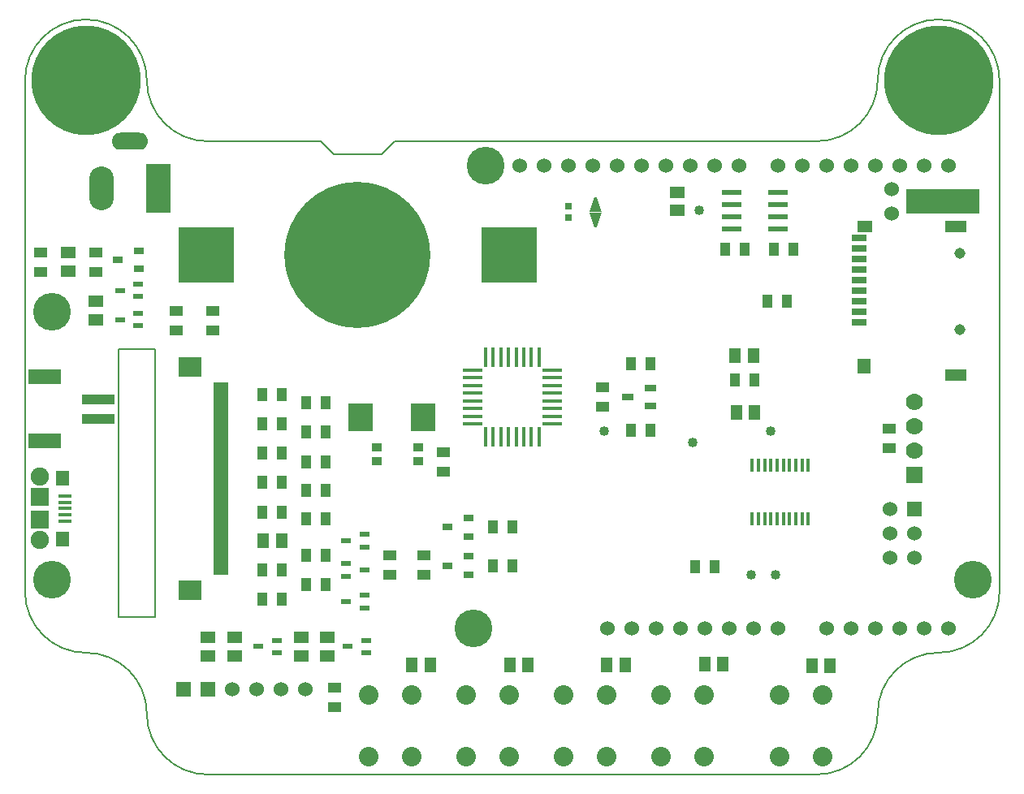
<source format=gbs>
G04 (created by PCBNEW (2013-03-15 BZR 4003)-stable) date 22-May-13 6:18:44 PM*
%MOIN*%
G04 Gerber Fmt 3.4, Leading zero omitted, Abs format*
%FSLAX34Y34*%
G01*
G70*
G90*
G04 APERTURE LIST*
%ADD10C,0.006*%
%ADD11C,0.005*%
%ADD12R,0.0394X0.0236*%
%ADD13R,0.0394X0.0315*%
%ADD14R,0.042X0.056*%
%ADD15R,0.056X0.042*%
%ADD16R,0.059X0.0512*%
%ADD17R,0.0512X0.059*%
%ADD18R,0.0472X0.0315*%
%ADD19C,0.04*%
%ADD20R,0.06X0.06*%
%ADD21C,0.06*%
%ADD22R,0.0787X0.0177*%
%ADD23R,0.0177X0.0787*%
%ADD24C,0.45*%
%ADD25C,0.07*%
%ADD26R,0.07X0.07*%
%ADD27C,0.155*%
%ADD28C,0.08*%
%ADD29R,0.054X0.016*%
%ADD30R,0.056X0.063*%
%ADD31R,0.075X0.075*%
%ADD32C,0.075*%
%ADD33R,0.03X0.03*%
%ADD34R,0.08X0.024*%
%ADD35R,0.0394X0.0354*%
%ADD36R,0.0984252X0.11811*%
%ADD37R,0.3X0.1*%
%ADD38R,0.1337X0.059*%
%ADD39R,0.1377X0.0392*%
%ADD40R,0.0944882X0.0787402*%
%ADD41R,0.0590551X0.019685*%
%ADD42O,0.1X0.18*%
%ADD43R,0.1X0.2*%
%ADD44O,0.15X0.07*%
%ADD45R,0.0165X0.0579*%
%ADD46R,0.0629921X0.0275591*%
%ADD47R,0.0629921X0.0472441*%
%ADD48R,0.0866142X0.0472441*%
%ADD49R,0.0551181X0.0629921*%
%ADD50C,0.045*%
%ADD51R,0.225X0.225*%
%ADD52C,0.6*%
G04 APERTURE END LIST*
G54D10*
G54D11*
X22125Y-19000D02*
X17500Y-19000D01*
X25175Y-19000D02*
X42500Y-19000D01*
X24625Y-19550D02*
X25175Y-19000D01*
X23625Y-19550D02*
X24625Y-19550D01*
X22675Y-19550D02*
X22125Y-19000D01*
X23675Y-19550D02*
X22675Y-19550D01*
X47500Y-40000D02*
G75*
G03X50000Y-37500I0J2500D01*
G74*
G01*
X42500Y-45000D02*
G75*
G03X45000Y-42500I0J2500D01*
G74*
G01*
X47500Y-40000D02*
G75*
G03X45000Y-42500I0J-2500D01*
G74*
G01*
X15000Y-42500D02*
G75*
G03X17500Y-45000I2500J0D01*
G74*
G01*
X10000Y-37500D02*
G75*
G03X12500Y-40000I2500J0D01*
G74*
G01*
X15000Y-42500D02*
G75*
G03X12500Y-40000I-2500J0D01*
G74*
G01*
X42500Y-19000D02*
G75*
G03X45000Y-16500I0J2500D01*
G74*
G01*
X50000Y-16500D02*
G75*
G03X47500Y-14000I-2500J0D01*
G74*
G01*
X47500Y-14000D02*
G75*
G03X45000Y-16500I0J-2500D01*
G74*
G01*
X15000Y-16500D02*
G75*
G03X17500Y-19000I2500J0D01*
G74*
G01*
X15000Y-16500D02*
G75*
G03X12500Y-14000I-2500J0D01*
G74*
G01*
X12500Y-14000D02*
G75*
G03X10000Y-16500I0J-2500D01*
G74*
G01*
X13850Y-38550D02*
X15350Y-38550D01*
X13850Y-27550D02*
X13850Y-38550D01*
X15350Y-27550D02*
X13850Y-27550D01*
X15350Y-38550D02*
X15350Y-27550D01*
X42500Y-45000D02*
X17500Y-45000D01*
X10000Y-37500D02*
X10000Y-16500D01*
X50000Y-16500D02*
X50000Y-37500D01*
G54D12*
X23924Y-38156D03*
X23924Y-37644D03*
X23176Y-37900D03*
X14649Y-26581D03*
X14649Y-26069D03*
X13901Y-26325D03*
X23924Y-35656D03*
X23924Y-35144D03*
X23176Y-35400D03*
X20324Y-40006D03*
X20324Y-39494D03*
X19576Y-39750D03*
X23176Y-36344D03*
X23176Y-36856D03*
X23924Y-36600D03*
X23999Y-40006D03*
X23999Y-39494D03*
X23251Y-39750D03*
X14649Y-25381D03*
X14649Y-24869D03*
X13901Y-25125D03*
G54D13*
X13792Y-23875D03*
X14658Y-24250D03*
X14658Y-23500D03*
G54D14*
X41275Y-25575D03*
X40475Y-25575D03*
X29200Y-34850D03*
X30000Y-34850D03*
X19750Y-34225D03*
X20550Y-34225D03*
X21550Y-30950D03*
X22350Y-30950D03*
X19750Y-33000D03*
X20550Y-33000D03*
X21550Y-32175D03*
X22350Y-32175D03*
G54D15*
X16220Y-26780D03*
X16220Y-25980D03*
G54D14*
X21550Y-29750D03*
X22350Y-29750D03*
X19750Y-30600D03*
X20550Y-30600D03*
G54D15*
X17700Y-26775D03*
X17700Y-25975D03*
G54D14*
X21550Y-33350D03*
X22350Y-33350D03*
X21550Y-37200D03*
X22350Y-37200D03*
X19750Y-31800D03*
X20550Y-31800D03*
X21550Y-36000D03*
X22350Y-36000D03*
X34875Y-28150D03*
X35675Y-28150D03*
X22350Y-34500D03*
X21550Y-34500D03*
X19750Y-36600D03*
X20550Y-36600D03*
X19750Y-37800D03*
X20550Y-37800D03*
X19750Y-29400D03*
X20550Y-29400D03*
G54D15*
X26375Y-36800D03*
X26375Y-36000D03*
G54D16*
X12900Y-26325D03*
X12900Y-25575D03*
X22400Y-39375D03*
X22400Y-40125D03*
X18600Y-40125D03*
X18600Y-39375D03*
G54D17*
X19775Y-35400D03*
X20525Y-35400D03*
G54D16*
X17500Y-39375D03*
X17500Y-40125D03*
X21350Y-39375D03*
X21350Y-40125D03*
G54D17*
X39900Y-27800D03*
X39150Y-27800D03*
G54D16*
X11775Y-24325D03*
X11775Y-23575D03*
G54D15*
X24975Y-36800D03*
X24975Y-36000D03*
G54D14*
X39150Y-28800D03*
X39950Y-28800D03*
X38300Y-36475D03*
X37500Y-36475D03*
G54D15*
X12900Y-23575D03*
X12900Y-24375D03*
G54D14*
X35675Y-30875D03*
X34875Y-30875D03*
G54D15*
X27175Y-31775D03*
X27175Y-32575D03*
X10650Y-23575D03*
X10650Y-24375D03*
X33700Y-29900D03*
X33700Y-29100D03*
G54D18*
X35675Y-29125D03*
X34725Y-29500D03*
X35675Y-29875D03*
G54D17*
X34625Y-40500D03*
X33875Y-40500D03*
X38650Y-40475D03*
X37900Y-40475D03*
X30650Y-40500D03*
X29900Y-40500D03*
X42300Y-40525D03*
X43050Y-40525D03*
G54D19*
X40610Y-30900D03*
X33775Y-30900D03*
G54D20*
X16500Y-41500D03*
X17500Y-41500D03*
G54D21*
X18500Y-41500D03*
X19500Y-41500D03*
X20500Y-41500D03*
X21500Y-41500D03*
G54D15*
X22700Y-41450D03*
X22700Y-42250D03*
G54D22*
X28366Y-28398D03*
X28366Y-28713D03*
X28366Y-29028D03*
X28366Y-29343D03*
X28366Y-29657D03*
X28366Y-29972D03*
X28366Y-30287D03*
X28366Y-30602D03*
X31634Y-30602D03*
X31634Y-28398D03*
X31634Y-28713D03*
X31634Y-29028D03*
X31634Y-29343D03*
X31634Y-29657D03*
X31634Y-29972D03*
X31634Y-30287D03*
G54D23*
X28898Y-31134D03*
X29213Y-31134D03*
X29528Y-31134D03*
X29843Y-31134D03*
X30157Y-31134D03*
X30472Y-31134D03*
X30787Y-31134D03*
X31102Y-31134D03*
X28898Y-27866D03*
X29213Y-27866D03*
X29528Y-27866D03*
X29843Y-27866D03*
X30157Y-27866D03*
X30472Y-27866D03*
X30787Y-27866D03*
X31102Y-27866D03*
G54D24*
X12500Y-16500D03*
G54D25*
X46500Y-29700D03*
X46500Y-30700D03*
X46500Y-31700D03*
G54D26*
X46500Y-32700D03*
G54D19*
X37400Y-31375D03*
X39800Y-36800D03*
X40800Y-36800D03*
G54D24*
X47500Y-16500D03*
G54D21*
X47900Y-39000D03*
X46900Y-39000D03*
X45900Y-39000D03*
X42900Y-39000D03*
X43900Y-39000D03*
X44900Y-39000D03*
X40900Y-39000D03*
X39900Y-39000D03*
X38900Y-39000D03*
X36900Y-39000D03*
X35900Y-39000D03*
X47900Y-20000D03*
X46900Y-20000D03*
X45900Y-20000D03*
X44900Y-20000D03*
X43900Y-20000D03*
X42900Y-20000D03*
X41900Y-20000D03*
X40900Y-20000D03*
X39300Y-20000D03*
X38300Y-20000D03*
X37300Y-20000D03*
X36300Y-20000D03*
X35300Y-20000D03*
X34300Y-20000D03*
X33300Y-20000D03*
X32300Y-20000D03*
X37900Y-39000D03*
G54D27*
X48900Y-37000D03*
X28900Y-20000D03*
X28400Y-39000D03*
G54D21*
X34900Y-39000D03*
X31300Y-20000D03*
X30300Y-20000D03*
X33900Y-39000D03*
G54D13*
X27342Y-36425D03*
X28208Y-36800D03*
X28208Y-36050D03*
G54D16*
X36775Y-21850D03*
X36775Y-21100D03*
G54D14*
X40750Y-23425D03*
X41550Y-23425D03*
G54D28*
X42735Y-44279D03*
X40964Y-41720D03*
X40964Y-44279D03*
X42735Y-41720D03*
X29885Y-44279D03*
X28114Y-41720D03*
X28114Y-44279D03*
X29885Y-41720D03*
X37885Y-44279D03*
X36114Y-41720D03*
X36114Y-44279D03*
X37885Y-41720D03*
X33885Y-44279D03*
X32114Y-41720D03*
X32114Y-44279D03*
X33885Y-41720D03*
G54D21*
X45500Y-36100D03*
X46500Y-36100D03*
X45500Y-35100D03*
X46500Y-35100D03*
X45500Y-34100D03*
G54D20*
X46500Y-34100D03*
G54D28*
X25885Y-44279D03*
X24114Y-41720D03*
X24114Y-44279D03*
X25885Y-41720D03*
G54D17*
X26625Y-40500D03*
X25875Y-40500D03*
G54D14*
X39525Y-23425D03*
X38725Y-23425D03*
G54D15*
X45475Y-30800D03*
X45475Y-31600D03*
G54D29*
X11650Y-34075D03*
X11650Y-33819D03*
X11650Y-33563D03*
X11650Y-34331D03*
X11650Y-34587D03*
G54D30*
X11550Y-35325D03*
X11550Y-32825D03*
G54D31*
X10600Y-34550D03*
X10600Y-33600D03*
G54D32*
X10600Y-35375D03*
X10600Y-32775D03*
G54D13*
X27342Y-34850D03*
X28208Y-35225D03*
X28208Y-34475D03*
G54D14*
X29200Y-36425D03*
X30000Y-36425D03*
G54D33*
X32300Y-21675D03*
X32300Y-22150D03*
G54D34*
X39000Y-21100D03*
X40900Y-21100D03*
X39000Y-21600D03*
X39000Y-22100D03*
X39000Y-22600D03*
X40900Y-21600D03*
X40900Y-22100D03*
X40900Y-22600D03*
G54D35*
X26125Y-32146D03*
X26125Y-31554D03*
X24450Y-32146D03*
X24450Y-31554D03*
G54D36*
X23775Y-30325D03*
X26325Y-30325D03*
G54D21*
X45575Y-20975D03*
X45575Y-21975D03*
G54D37*
X47675Y-21475D03*
G54D38*
X10819Y-31318D03*
G54D39*
X13004Y-30393D03*
X13004Y-29607D03*
G54D38*
X10819Y-28682D03*
G54D19*
X37675Y-21850D03*
G54D27*
X11100Y-26000D03*
X11100Y-37000D03*
G54D10*
G36*
X33475Y-22550D02*
X33375Y-22550D01*
X33175Y-21950D01*
X33675Y-21950D01*
X33475Y-22550D01*
X33475Y-22550D01*
G37*
G36*
X33675Y-21900D02*
X33175Y-21900D01*
X33375Y-21300D01*
X33475Y-21300D01*
X33675Y-21900D01*
X33675Y-21900D01*
G37*
G54D40*
X16768Y-28263D03*
X16768Y-37436D03*
G54D41*
X18050Y-29011D03*
X18050Y-29208D03*
X18050Y-29405D03*
X18050Y-29601D03*
X18050Y-29798D03*
X18050Y-29995D03*
X18050Y-30192D03*
X18050Y-30389D03*
X18050Y-30586D03*
X18050Y-30783D03*
X18050Y-30979D03*
X18050Y-31176D03*
X18050Y-31373D03*
X18050Y-31570D03*
X18050Y-31767D03*
X18050Y-31964D03*
X18050Y-32161D03*
X18050Y-32357D03*
X18050Y-32554D03*
X18050Y-32751D03*
X18050Y-32948D03*
X18050Y-33145D03*
X18050Y-33342D03*
X18050Y-33538D03*
X18050Y-33735D03*
X18050Y-33932D03*
X18050Y-34129D03*
X18050Y-34326D03*
X18050Y-34523D03*
X18050Y-34720D03*
X18050Y-34916D03*
X18050Y-35113D03*
X18050Y-35310D03*
X18050Y-35507D03*
X18050Y-35704D03*
X18050Y-35901D03*
X18050Y-36098D03*
X18050Y-36294D03*
X18050Y-36491D03*
X18050Y-36688D03*
G54D42*
X13125Y-20925D03*
G54D43*
X15487Y-20925D03*
G54D44*
X14306Y-18995D03*
G54D45*
X40872Y-32298D03*
X41128Y-32298D03*
X41384Y-32298D03*
X41640Y-32298D03*
X40104Y-34502D03*
X40104Y-32298D03*
X40360Y-32298D03*
X40616Y-32298D03*
X41896Y-34502D03*
X41640Y-34502D03*
X41384Y-34502D03*
X41128Y-34502D03*
X40872Y-34502D03*
X40616Y-34502D03*
X41896Y-32298D03*
X40360Y-34502D03*
X39848Y-32298D03*
X42152Y-32298D03*
X42152Y-34502D03*
X39848Y-34502D03*
G54D46*
X44230Y-24700D03*
X44230Y-24267D03*
X44230Y-23834D03*
X44230Y-23401D03*
X44230Y-22968D03*
X44230Y-25133D03*
X44230Y-25566D03*
X44230Y-25999D03*
X44230Y-26432D03*
G54D47*
X44466Y-22495D03*
G54D48*
X48206Y-22495D03*
X48206Y-28597D03*
G54D49*
X44426Y-28243D03*
G54D50*
X48363Y-23597D03*
X48363Y-26747D03*
G54D17*
X39200Y-30150D03*
X39950Y-30150D03*
G54D51*
X29875Y-23675D03*
X17425Y-23675D03*
G54D52*
X23650Y-23675D03*
M02*

</source>
